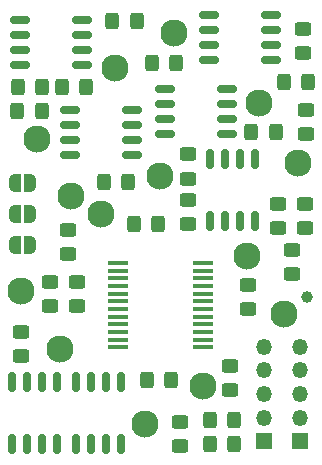
<source format=gbr>
G04 #@! TF.GenerationSoftware,KiCad,Pcbnew,8.0.7*
G04 #@! TF.CreationDate,2025-05-03T20:28:39+02:00*
G04 #@! TF.ProjectId,EM7SEG_DRIVER,454d3753-4547-45f4-9452-495645522e6b,rev?*
G04 #@! TF.SameCoordinates,Original*
G04 #@! TF.FileFunction,Soldermask,Bot*
G04 #@! TF.FilePolarity,Negative*
%FSLAX46Y46*%
G04 Gerber Fmt 4.6, Leading zero omitted, Abs format (unit mm)*
G04 Created by KiCad (PCBNEW 8.0.7) date 2025-05-03 20:28:39*
%MOMM*%
%LPD*%
G01*
G04 APERTURE LIST*
G04 Aperture macros list*
%AMRoundRect*
0 Rectangle with rounded corners*
0 $1 Rounding radius*
0 $2 $3 $4 $5 $6 $7 $8 $9 X,Y pos of 4 corners*
0 Add a 4 corners polygon primitive as box body*
4,1,4,$2,$3,$4,$5,$6,$7,$8,$9,$2,$3,0*
0 Add four circle primitives for the rounded corners*
1,1,$1+$1,$2,$3*
1,1,$1+$1,$4,$5*
1,1,$1+$1,$6,$7*
1,1,$1+$1,$8,$9*
0 Add four rect primitives between the rounded corners*
20,1,$1+$1,$2,$3,$4,$5,0*
20,1,$1+$1,$4,$5,$6,$7,0*
20,1,$1+$1,$6,$7,$8,$9,0*
20,1,$1+$1,$8,$9,$2,$3,0*%
%AMFreePoly0*
4,1,19,0.500000,-0.750000,0.000000,-0.750000,0.000000,-0.744911,-0.071157,-0.744911,-0.207708,-0.704816,-0.327430,-0.627875,-0.420627,-0.520320,-0.479746,-0.390866,-0.500000,-0.250000,-0.500000,0.250000,-0.479746,0.390866,-0.420627,0.520320,-0.327430,0.627875,-0.207708,0.704816,-0.071157,0.744911,0.000000,0.744911,0.000000,0.750000,0.500000,0.750000,0.500000,-0.750000,0.500000,-0.750000,
$1*%
%AMFreePoly1*
4,1,19,0.000000,0.744911,0.071157,0.744911,0.207708,0.704816,0.327430,0.627875,0.420627,0.520320,0.479746,0.390866,0.500000,0.250000,0.500000,-0.250000,0.479746,-0.390866,0.420627,-0.520320,0.327430,-0.627875,0.207708,-0.704816,0.071157,-0.744911,0.000000,-0.744911,0.000000,-0.750000,-0.500000,-0.750000,-0.500000,0.750000,0.000000,0.750000,0.000000,0.744911,0.000000,0.744911,
$1*%
G04 Aperture macros list end*
%ADD10C,2.300000*%
%ADD11RoundRect,0.250000X0.450000X-0.325000X0.450000X0.325000X-0.450000X0.325000X-0.450000X-0.325000X0*%
%ADD12RoundRect,0.150000X0.150000X-0.675000X0.150000X0.675000X-0.150000X0.675000X-0.150000X-0.675000X0*%
%ADD13RoundRect,0.250000X-0.450000X0.325000X-0.450000X-0.325000X0.450000X-0.325000X0.450000X0.325000X0*%
%ADD14RoundRect,0.250000X0.325000X0.450000X-0.325000X0.450000X-0.325000X-0.450000X0.325000X-0.450000X0*%
%ADD15FreePoly0,0.000000*%
%ADD16FreePoly1,0.000000*%
%ADD17RoundRect,0.150000X0.675000X0.150000X-0.675000X0.150000X-0.675000X-0.150000X0.675000X-0.150000X0*%
%ADD18RoundRect,0.150000X-0.675000X-0.150000X0.675000X-0.150000X0.675000X0.150000X-0.675000X0.150000X0*%
%ADD19R,1.350000X1.350000*%
%ADD20O,1.350000X1.350000*%
%ADD21RoundRect,0.150000X-0.150000X0.675000X-0.150000X-0.675000X0.150000X-0.675000X0.150000X0.675000X0*%
%ADD22RoundRect,0.250000X-0.325000X-0.450000X0.325000X-0.450000X0.325000X0.450000X-0.325000X0.450000X0*%
%ADD23C,1.000000*%
%ADD24R,1.750000X0.450000*%
G04 APERTURE END LIST*
D10*
X40220900Y-29286200D03*
X35217100Y-32258000D03*
X47459900Y-35280600D03*
X50711100Y-40284400D03*
X46393100Y-48158400D03*
X49517300Y-53111400D03*
X37757100Y-62458600D03*
X42684700Y-59232800D03*
X30543500Y-56083200D03*
X27292300Y-51155600D03*
X31483300Y-43129200D03*
X28613100Y-38252400D03*
X39001700Y-41452800D03*
X34074100Y-44678600D03*
D11*
X46456600Y-52714000D03*
X46456600Y-50664000D03*
D12*
X35737800Y-64131100D03*
X34467800Y-64131100D03*
X33197800Y-64131100D03*
X31927800Y-64131100D03*
X31927800Y-58881100D03*
X33197800Y-58881100D03*
X34467800Y-58881100D03*
X35737800Y-58881100D03*
D13*
X27228800Y-54626400D03*
X27228800Y-56676400D03*
D11*
X32024300Y-52424400D03*
X32024300Y-50374400D03*
D14*
X45288200Y-62052200D03*
X43238200Y-62052200D03*
D11*
X44983400Y-59546600D03*
X44983400Y-57496600D03*
D15*
X26731200Y-44627800D03*
D16*
X28031200Y-44627800D03*
D17*
X32444600Y-28232100D03*
X32444600Y-29502100D03*
X32444600Y-30772100D03*
X32444600Y-32042100D03*
X27194600Y-32042100D03*
X27194600Y-30772100D03*
X27194600Y-29502100D03*
X27194600Y-28232100D03*
D18*
X43145800Y-31584900D03*
X43145800Y-30314900D03*
X43145800Y-29044900D03*
X43145800Y-27774900D03*
X48395800Y-27774900D03*
X48395800Y-29044900D03*
X48395800Y-30314900D03*
X48395800Y-31584900D03*
X31416100Y-39657000D03*
X31416100Y-38387000D03*
X31416100Y-37117000D03*
X31416100Y-35847000D03*
X36666100Y-35847000D03*
X36666100Y-37117000D03*
X36666100Y-38387000D03*
X36666100Y-39657000D03*
D15*
X26731200Y-47231300D03*
D16*
X28031200Y-47231300D03*
D19*
X50901600Y-63881000D03*
D20*
X50901600Y-61881000D03*
X50901600Y-59881000D03*
X50901600Y-57881000D03*
X50901600Y-55881000D03*
D13*
X51142900Y-28959700D03*
X51142900Y-31009700D03*
D12*
X47094100Y-45208100D03*
X45824100Y-45208100D03*
X44554100Y-45208100D03*
X43284100Y-45208100D03*
X43284100Y-39958100D03*
X44554100Y-39958100D03*
X45824100Y-39958100D03*
X47094100Y-39958100D03*
D11*
X51402000Y-37849900D03*
X51402000Y-35799900D03*
D17*
X44745800Y-34056300D03*
X44745800Y-35326300D03*
X44745800Y-36596300D03*
X44745800Y-37866300D03*
X39495800Y-37866300D03*
X39495800Y-36596300D03*
X39495800Y-35326300D03*
X39495800Y-34056300D03*
D21*
X26492200Y-58881100D03*
X27762200Y-58881100D03*
X29032200Y-58881100D03*
X30302200Y-58881100D03*
X30302200Y-64131100D03*
X29032200Y-64131100D03*
X27762200Y-64131100D03*
X26492200Y-64131100D03*
D19*
X47802800Y-63881000D03*
D20*
X47802800Y-61881000D03*
X47802800Y-59881000D03*
X47802800Y-57881000D03*
X47802800Y-55881000D03*
D15*
X26731200Y-42024300D03*
D16*
X28031200Y-42024300D03*
D14*
X38871000Y-45478700D03*
X36821000Y-45478700D03*
D11*
X49034700Y-45805200D03*
X49034700Y-43755200D03*
X51282600Y-45817900D03*
X51282600Y-43767900D03*
D13*
X50190400Y-47679500D03*
X50190400Y-49729500D03*
D14*
X45309900Y-64152800D03*
X43259900Y-64152800D03*
D22*
X26988700Y-33901400D03*
X29038700Y-33901400D03*
D14*
X32780100Y-33901400D03*
X30730100Y-33901400D03*
X40420400Y-31831300D03*
X38370400Y-31831300D03*
X37054900Y-28323100D03*
X35004900Y-28323100D03*
D13*
X41427400Y-43463100D03*
X41427400Y-45513100D03*
D22*
X46772700Y-37716500D03*
X48822700Y-37716500D03*
D11*
X40713700Y-64311600D03*
X40713700Y-62261600D03*
D14*
X51583700Y-33474700D03*
X49533700Y-33474700D03*
X39968300Y-58658800D03*
X37918300Y-58658800D03*
D11*
X29700200Y-52437100D03*
X29700200Y-50387100D03*
D13*
X31234400Y-45982800D03*
X31234400Y-48032800D03*
X41432500Y-39597200D03*
X41432500Y-41647200D03*
D22*
X34255600Y-41920200D03*
X36305600Y-41920200D03*
D14*
X29008200Y-35892700D03*
X26958200Y-35892700D03*
D23*
X51460400Y-51638200D03*
D24*
X35516000Y-55943000D03*
X35516000Y-55293000D03*
X35516001Y-54643000D03*
X35516000Y-53993000D03*
X35516000Y-53343001D03*
X35516000Y-52693000D03*
X35516000Y-52043000D03*
X35516000Y-51392999D03*
X35516000Y-50743000D03*
X35516001Y-50093000D03*
X35516000Y-49443000D03*
X35516000Y-48793000D03*
X42716000Y-48793000D03*
X42716000Y-49443000D03*
X42715999Y-50093000D03*
X42716000Y-50743000D03*
X42716000Y-51392999D03*
X42716000Y-52043000D03*
X42716000Y-52693000D03*
X42716000Y-53343001D03*
X42716000Y-53993000D03*
X42715999Y-54643000D03*
X42716000Y-55293000D03*
X42716000Y-55943000D03*
M02*

</source>
